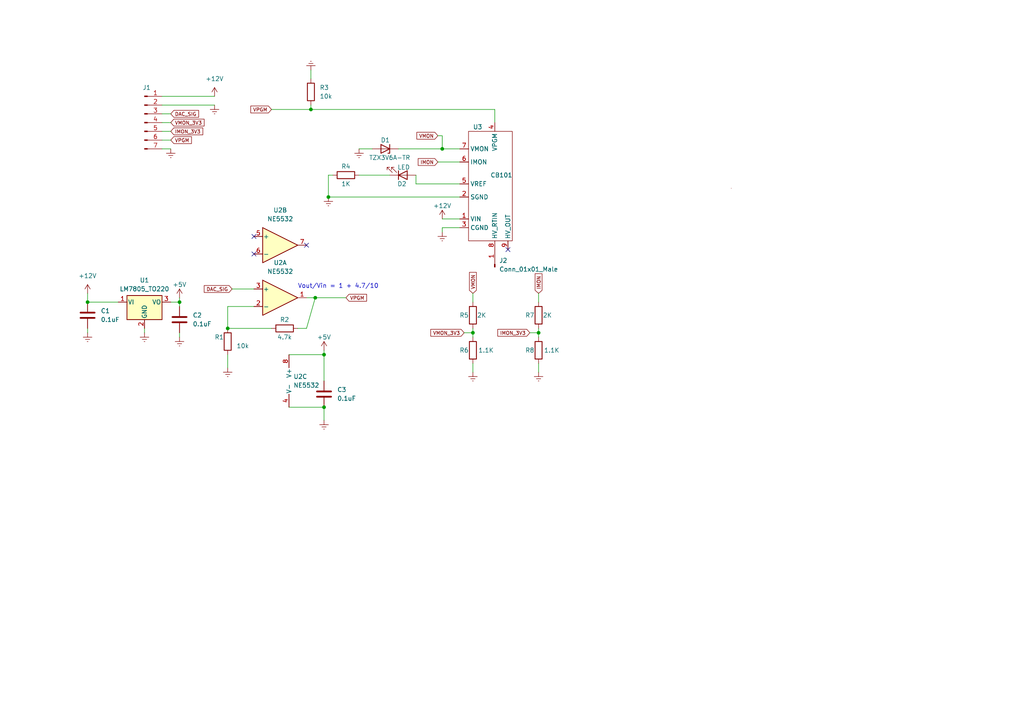
<source format=kicad_sch>
(kicad_sch (version 20211123) (generator eeschema)
  (paper "A4")
  (lib_symbols
    (symbol "Amplifier_Operational:NE5532" (pin_names (offset 0.127))
      (property "Reference" "U" (at 0 5.08 0))
      (property "Value" "NE5532" (at 0 -5.08 0))
      (symbol "NE5532_1_1"
        (polyline (pts (xy -5.08 5.08) (xy 5.08 0) (xy -5.08 -5.08) (xy -5.08 5.08)) (stroke (width 0.254)) (fill (type background)))
        (pin output line (at 7.62 0 180) (length 2.54) (name "~") (number "1"))
        (pin input line (at -7.62 -2.54 0) (length 2.54) (name "-") (number "2"))
        (pin input line (at -7.62 2.54 0) (length 2.54) (name "+") (number "3"))
      )
      (symbol "NE5532_2_1"
        (polyline (pts (xy -5.08 5.08) (xy 5.08 0) (xy -5.08 -5.08) (xy -5.08 5.08)) (stroke (width 0.254)) (fill (type background)))
        (pin input line (at -7.62 2.54 0) (length 2.54) (name "+") (number "5"))
        (pin input line (at -7.62 -2.54 0) (length 2.54) (name "-") (number "6"))
        (pin output line (at 7.62 0 180) (length 2.54) (name "~") (number "7"))
      )
      (symbol "NE5532_3_1"
        (pin power_in line (at -2.54 -7.62 90) (length 3.81) (name "V-") (number "4"))
        (pin power_in line (at -2.54 7.62 270) (length 3.81) (name "V+") (number "8"))
      )
    )
    (symbol "Connector:Conn_01x01_Male" (pin_names (offset 1.016) hide)
      (property "Reference" "J" (at 0 2.54 0))
      (property "Value" "Conn_01x01_Male" (at 0 -2.54 0))
      (symbol "Conn_01x01_Male_1_1"
        (polyline (pts (xy 1.27 0) (xy 0.8636 0)) (stroke (width 0.1524)))
        (rectangle (start 0.8636 0.127) (end 0 -0.127) (stroke (width 0.1524)) (fill (type outline)))
        (pin passive line (at 5.08 0 180) (length 3.81) (name "Pin_1") (number "1"))
      )
    )
    (symbol "Connector:Conn_01x07_Male" (pin_names (offset 1.016) hide)
      (property "Reference" "J" (at 0 10.16 0))
      (property "Value" "Conn_01x07_Male" (at 0 -10.16 0))
      (symbol "Conn_01x07_Male_1_1"
        (polyline (pts (xy 1.27 -7.62) (xy 0.8636 -7.62)) (stroke (width 0.1524)))
        (polyline (pts (xy 1.27 -5.08) (xy 0.8636 -5.08)) (stroke (width 0.1524)))
        (polyline (pts (xy 1.27 -2.54) (xy 0.8636 -2.54)) (stroke (width 0.1524)))
        (polyline (pts (xy 1.27 0) (xy 0.8636 0)) (stroke (width 0.1524)))
        (polyline (pts (xy 1.27 2.54) (xy 0.8636 2.54)) (stroke (width 0.1524)))
        (polyline (pts (xy 1.27 5.08) (xy 0.8636 5.08)) (stroke (width 0.1524)))
        (polyline (pts (xy 1.27 7.62) (xy 0.8636 7.62)) (stroke (width 0.1524)))
        (rectangle (start 0.8636 -7.493) (end 0 -7.747) (stroke (width 0.1524)) (fill (type outline)))
        (rectangle (start 0.8636 -4.953) (end 0 -5.207) (stroke (width 0.1524)) (fill (type outline)))
        (rectangle (start 0.8636 -2.413) (end 0 -2.667) (stroke (width 0.1524)) (fill (type outline)))
        (rectangle (start 0.8636 0.127) (end 0 -0.127) (stroke (width 0.1524)) (fill (type outline)))
        (rectangle (start 0.8636 2.667) (end 0 2.413) (stroke (width 0.1524)) (fill (type outline)))
        (rectangle (start 0.8636 5.207) (end 0 4.953) (stroke (width 0.1524)) (fill (type outline)))
        (rectangle (start 0.8636 7.747) (end 0 7.493) (stroke (width 0.1524)) (fill (type outline)))
        (pin passive line (at 5.08 7.62 180) (length 3.81) (name "Pin_1") (number "1"))
        (pin passive line (at 5.08 5.08 180) (length 3.81) (name "Pin_2") (number "2"))
        (pin passive line (at 5.08 2.54 180) (length 3.81) (name "Pin_3") (number "3"))
        (pin passive line (at 5.08 0 180) (length 3.81) (name "Pin_4") (number "4"))
        (pin passive line (at 5.08 -2.54 180) (length 3.81) (name "Pin_5") (number "5"))
        (pin passive line (at 5.08 -5.08 180) (length 3.81) (name "Pin_6") (number "6"))
        (pin passive line (at 5.08 -7.62 180) (length 3.81) (name "Pin_7") (number "7"))
      )
    )
    (symbol "Device:C" (pin_numbers hide) (pin_names (offset 0.254))
      (property "Reference" "C" (at 0.635 2.54 0))
      (property "Value" "C" (at 0.635 -2.54 0))
      (symbol "C_0_1"
        (polyline (pts (xy -2.032 -0.762) (xy 2.032 -0.762)) (stroke (width 0.508)))
        (polyline (pts (xy -2.032 0.762) (xy 2.032 0.762)) (stroke (width 0.508)))
      )
      (symbol "C_1_1"
        (pin passive line (at 0 3.81 270) (length 2.794) (name "~") (number "1"))
        (pin passive line (at 0 -3.81 90) (length 2.794) (name "~") (number "2"))
      )
    )
    (symbol "Device:D_Zener" (pin_numbers hide) (pin_names (offset 1.016) hide)
      (property "Reference" "D" (at 0 2.54 0))
      (property "Value" "D_Zener" (at 0 -2.54 0))
      (symbol "D_Zener_0_1"
        (polyline (pts (xy 1.27 0) (xy -1.27 0)))
        (polyline (pts (xy -1.27 -1.27) (xy -1.27 1.27) (xy -0.762 1.27)) (stroke (width 0.254)))
        (polyline (pts (xy 1.27 -1.27) (xy 1.27 1.27) (xy -1.27 0) (xy 1.27 -1.27)) (stroke (width 0.254)))
      )
      (symbol "D_Zener_1_1"
        (pin passive line (at -3.81 0 0) (length 2.54) (name "K") (number "1"))
        (pin passive line (at 3.81 0 180) (length 2.54) (name "A") (number "2"))
      )
    )
    (symbol "Device:LED" (pin_numbers hide) (pin_names (offset 1.016) hide)
      (property "Reference" "D" (at 0 2.54 0))
      (property "Value" "LED" (at 0 -2.54 0))
      (symbol "LED_0_1"
        (polyline (pts (xy -1.27 -1.27) (xy -1.27 1.27)) (stroke (width 0.254)))
        (polyline (pts (xy -1.27 0) (xy 1.27 0)))
        (polyline (pts (xy 1.27 -1.27) (xy 1.27 1.27) (xy -1.27 0) (xy 1.27 -1.27)) (stroke (width 0.254)))
        (polyline (pts (xy -3.048 -0.762) (xy -4.572 -2.286) (xy -3.81 -2.286) (xy -4.572 -2.286) (xy -4.572 -1.524)))
        (polyline (pts (xy -1.778 -0.762) (xy -3.302 -2.286) (xy -2.54 -2.286) (xy -3.302 -2.286) (xy -3.302 -1.524)))
      )
      (symbol "LED_1_1"
        (pin passive line (at -3.81 0 0) (length 2.54) (name "K") (number "1"))
        (pin passive line (at 3.81 0 180) (length 2.54) (name "A") (number "2"))
      )
    )
    (symbol "Device:R" (pin_numbers hide) (pin_names (offset 0))
      (property "Reference" "R" (at 2.032 0 90))
      (property "Value" "R" (at 0 0 90))
      (symbol "R_0_1"
        (rectangle (start -1.016 -2.54) (end 1.016 2.54) (stroke (width 0.254)))
      )
      (symbol "R_1_1"
        (pin passive line (at 0 3.81 270) (length 1.27) (name "~") (number "1"))
        (pin passive line (at 0 -3.81 90) (length 1.27) (name "~") (number "2"))
      )
    )
    (symbol "Regulator_Linear:LM7805_TO220" (pin_names (offset 0.254))
      (property "Reference" "U" (at -3.81 3.175 0))
      (property "Value" "LM7805_TO220" (at 0 3.175 0))
      (symbol "LM7805_TO220_0_1"
        (rectangle (start -5.08 1.905) (end 5.08 -5.08) (stroke (width 0.254)) (fill (type background)))
      )
      (symbol "LM7805_TO220_1_1"
        (pin power_in line (at -7.62 0 0) (length 2.54) (name "VI") (number "1"))
        (pin power_in line (at 0 -7.62 90) (length 2.54) (name "GND") (number "2"))
        (pin power_out line (at 7.62 0 180) (length 2.54) (name "VO") (number "3"))
      )
    )
    (symbol "design:CB101"
      (property "Reference" "U?" (at -2.54 11.43 0))
      (property "Value" "CB101" (at 3.81 0 0))
      (symbol "CB101_0_1"
        (rectangle (start -5.08 13.97) (end 7.62 -17.78))
        (rectangle (start 71.12 -2.54) (end 71.12 -2.54))
      )
      (symbol "CB101_1_1"
        (pin input line (at -7.62 -11.43 0) (length 2.54) (name "VIN") (number "1"))
        (pin input line (at -7.62 -5.08 0) (length 2.54) (name "SGND") (number "2"))
        (pin input line (at -7.62 -13.97 0) (length 2.54) (name "CGND") (number "3"))
        (pin input line (at 2.54 16.51 270) (length 2.54) (name "VPGM") (number "4"))
        (pin input line (at -7.62 -1.27 0) (length 2.54) (name "VREF") (number "5"))
        (pin input line (at -7.62 5.08 0) (length 2.54) (name "IMON") (number "6"))
        (pin input line (at -7.62 8.89 0) (length 2.54) (name "VMON") (number "7"))
        (pin input line (at 2.54 -20.32 90) (length 2.54) (name "HV_RTIN") (number "8"))
        (pin input line (at 6.35 -20.32 90) (length 2.54) (name "HV_OUT") (number "9"))
      )
    )
    (symbol "power:+12V" (power) (pin_names (offset 0))
      (property "Value" "+12V" (at 0 3.556 0))
      (symbol "+12V_0_1"
        (polyline (pts (xy -0.762 1.27) (xy 0 2.54)))
        (polyline (pts (xy 0 0) (xy 0 2.54)))
        (polyline (pts (xy 0 2.54) (xy 0.762 1.27)))
      )
      (symbol "+12V_1_1"
        (pin power_in line (at 0 0 90) (length 0) hide (name "+12V") (number "1"))
      )
    )
    (symbol "power:+5V" (power) (pin_names (offset 0))
      (property "Value" "+5V" (at 0 3.556 0))
      (symbol "+5V_0_1"
        (polyline (pts (xy -0.762 1.27) (xy 0 2.54)))
        (polyline (pts (xy 0 0) (xy 0 2.54)))
        (polyline (pts (xy 0 2.54) (xy 0.762 1.27)))
      )
      (symbol "+5V_1_1"
        (pin power_in line (at 0 0 90) (length 0) hide (name "+5V") (number "1"))
      )
    )
    (symbol "power:Earth" (power) (pin_names (offset 0))
      (symbol "Earth_0_1"
        (polyline (pts (xy -0.635 -1.905) (xy 0.635 -1.905)))
        (polyline (pts (xy -0.127 -2.54) (xy 0.127 -2.54)))
        (polyline (pts (xy 0 -1.27) (xy 0 0)))
        (polyline (pts (xy 1.27 -1.27) (xy -1.27 -1.27)))
      )
      (symbol "Earth_1_1"
        (pin power_in line (at 0 0 270) (length 0) hide (name "Earth") (number "1"))
      )
    )
  )
  (junction (at 93.98 118.11))
  (junction (at 91.44 86.36))
  (junction (at 93.98 102.87))
  (junction (at 137.16 96.52))
  (junction (at 90.17 31.75))
  (junction (at 156.21 96.52))
  (junction (at 66.04 95.25))
  (junction (at 25.4 87.63))
  (junction (at 95.25 57.15))
  (junction (at 52.07 87.63))
  (junction (at 128.27 43.18))
  (no_connect (at 147.32 72.39))
  (no_connect (at 73.66 68.58))
  (no_connect (at 73.66 73.66))
  (no_connect (at 88.9 71.12))
  (wire (pts (xy 137.16 95.25) (xy 137.16 96.52)))
  (wire (pts (xy 46.99 27.94) (xy 62.23 27.94)))
  (wire (pts (xy 52.07 87.63) (xy 52.07 88.9)))
  (wire (pts (xy 52.07 86.36) (xy 52.07 87.63)))
  (wire (pts (xy 49.53 87.63) (xy 52.07 87.63)))
  (wire (pts (xy 46.99 43.18) (xy 49.53 43.18)))
  (wire (pts (xy 25.4 95.25) (xy 25.4 96.52)))
  (wire (pts (xy 134.62 96.52) (xy 137.16 96.52)))
  (wire (pts (xy 46.99 30.48) (xy 62.23 30.48)))
  (wire (pts (xy 93.98 102.87) (xy 93.98 110.49)))
  (wire (pts (xy 25.4 87.63) (xy 34.29 87.63)))
  (wire (pts (xy 46.99 38.1) (xy 49.53 38.1)))
  (wire (pts (xy 95.25 50.8) (xy 96.52 50.8)))
  (wire (pts (xy 41.91 95.25) (xy 41.91 96.52)))
  (wire (pts (xy 143.51 35.56) (xy 143.51 31.75)))
  (wire (pts (xy 67.31 83.82) (xy 73.66 83.82)))
  (wire (pts (xy 90.17 30.48) (xy 90.17 31.75)))
  (wire (pts (xy 93.98 101.6) (xy 93.98 102.87)))
  (wire (pts (xy 66.04 102.87) (xy 66.04 106.68)))
  (wire (pts (xy 46.99 40.64) (xy 49.53 40.64)))
  (wire (pts (xy 90.17 20.32) (xy 90.17 22.86)))
  (wire (pts (xy 143.51 31.75) (xy 90.17 31.75)))
  (wire (pts (xy 137.16 96.52) (xy 137.16 97.79)))
  (wire (pts (xy 137.16 85.09) (xy 137.16 87.63)))
  (wire (pts (xy 88.9 86.36) (xy 91.44 86.36)))
  (wire (pts (xy 91.44 86.36) (xy 88.9 95.25)))
  (wire (pts (xy 128.27 39.37) (xy 128.27 43.18)))
  (wire (pts (xy 127 46.99) (xy 133.35 46.99)))
  (wire (pts (xy 95.25 57.15) (xy 95.25 50.8)))
  (wire (pts (xy 93.98 118.11) (xy 93.98 121.92)))
  (wire (pts (xy 91.44 86.36) (xy 100.33 86.36)))
  (wire (pts (xy 52.07 96.52) (xy 52.07 97.79)))
  (wire (pts (xy 133.35 66.04) (xy 128.27 66.04)))
  (wire (pts (xy 88.9 95.25) (xy 86.36 95.25)))
  (wire (pts (xy 156.21 96.52) (xy 156.21 97.79)))
  (wire (pts (xy 128.27 63.5) (xy 133.35 63.5)))
  (wire (pts (xy 66.04 88.9) (xy 73.66 88.9)))
  (wire (pts (xy 25.4 85.09) (xy 25.4 87.63)))
  (wire (pts (xy 128.27 43.18) (xy 133.35 43.18)))
  (wire (pts (xy 46.99 35.56) (xy 49.53 35.56)))
  (wire (pts (xy 137.16 105.41) (xy 137.16 107.95)))
  (wire (pts (xy 66.04 88.9) (xy 66.04 95.25)))
  (wire (pts (xy 153.67 96.52) (xy 156.21 96.52)))
  (wire (pts (xy 156.21 95.25) (xy 156.21 96.52)))
  (wire (pts (xy 133.35 57.15) (xy 95.25 57.15)))
  (wire (pts (xy 46.99 33.02) (xy 49.53 33.02)))
  (wire (pts (xy 120.65 53.34) (xy 120.65 50.8)))
  (wire (pts (xy 93.98 102.87) (xy 83.82 102.87)))
  (wire (pts (xy 66.04 95.25) (xy 78.74 95.25)))
  (wire (pts (xy 83.82 118.11) (xy 93.98 118.11)))
  (wire (pts (xy 156.21 105.41) (xy 156.21 107.95)))
  (wire (pts (xy 104.14 50.8) (xy 113.03 50.8)))
  (wire (pts (xy 156.21 85.09) (xy 156.21 87.63)))
  (wire (pts (xy 104.14 43.18) (xy 107.95 43.18)))
  (wire (pts (xy 133.35 53.34) (xy 120.65 53.34)))
  (wire (pts (xy 127 39.37) (xy 128.27 39.37)))
  (wire (pts (xy 128.27 66.04) (xy 128.27 67.31)))
  (wire (pts (xy 115.57 43.18) (xy 128.27 43.18)))
  (wire (pts (xy 78.74 31.75) (xy 90.17 31.75)))
  (text "Vout/Vin = 1 + 4.7/10" (at 86.36 83.82 0) (effects (font (size 1.27 1.27)) (justify left bottom)))
  (global_label "VMON_3V3" (shape input) (at 134.62 96.52 180) (effects (font (size 1.016 1.016))) (property "Intersheet References" "${INTERSHEET_REFS}" (effects hide)))
  (global_label "IMON" (shape input) (at 127 46.99 180) (effects (font (size 1.016 1.016))) (property "Intersheet References" "${INTERSHEET_REFS}" (effects hide)))
  (global_label "DAC_SIG" (shape input) (at 67.31 83.82 180) (effects (font (size 1.016 1.016))) (property "Intersheet References" "${INTERSHEET_REFS}" (effects hide)))
  (global_label "VMON_3V3" (shape input) (at 49.53 35.56 0) (effects (font (size 1.016 1.016))) (property "Intersheet References" "${INTERSHEET_REFS}" (effects hide)))
  (global_label "VMON" (shape input) (at 127 39.37 180) (effects (font (size 1.016 1.016))) (property "Intersheet References" "${INTERSHEET_REFS}" (effects hide)))
  (global_label "VMON" (shape input) (at 137.16 85.09 90) (effects (font (size 1.016 1.016))) (property "Intersheet References" "${INTERSHEET_REFS}" (effects hide)))
  (global_label "IMON_3V3" (shape input) (at 49.53 38.1 0) (effects (font (size 1.016 1.016))) (property "Intersheet References" "${INTERSHEET_REFS}" (effects hide)))
  (global_label "IMON" (shape input) (at 156.21 85.09 90) (effects (font (size 1.016 1.016))) (property "Intersheet References" "${INTERSHEET_REFS}" (effects hide)))
  (global_label "VPGM" (shape input) (at 100.33 86.36 0) (effects (font (size 1.016 1.016))) (property "Intersheet References" "${INTERSHEET_REFS}" (effects hide)))
  (global_label "IMON_3V3" (shape input) (at 153.67 96.52 180) (effects (font (size 1.016 1.016))) (property "Intersheet References" "${INTERSHEET_REFS}" (effects hide)))
  (global_label "VPGM" (shape input) (at 78.74 31.75 180) (effects (font (size 1.016 1.016))) (property "Intersheet References" "${INTERSHEET_REFS}" (effects hide)))
  (global_label "DAC_SIG" (shape input) (at 49.53 33.02 0) (effects (font (size 1.016 1.016))) (property "Intersheet References" "${INTERSHEET_REFS}" (effects hide)))
  (global_label "VPGM" (shape input) (at 49.53 40.64 0) (effects (font (size 1.016 1.016))) (property "Intersheet References" "${INTERSHEET_REFS}" (effects hide)))
  (symbol (lib_id "power:Earth") (at 90.17 20.32 180) (unit 1)
    (property "Reference" "#PWR09" (effects hide))
    (property "Value" "Earth" (effects hide))
  )
  (symbol (lib_id "power:Earth") (at 156.21 107.95 0) (unit 1)
    (property "Reference" "#PWR017" (effects hide))
    (property "Value" "Earth" (effects hide))
  )
  (symbol (lib_id "power:Earth") (at 93.98 121.92 0) (unit 1)
    (property "Reference" "#PWR011" (effects hide))
    (property "Value" "Earth" (effects hide))
  )
  (symbol (lib_id "power:+12V") (at 25.4 85.09 0) (unit 1)
    (property "Reference" "#PWR01" (effects hide))
    (property "Value" "+12V" (at 25.4 80.01 0))
  )
  (symbol (lib_id "Device:D_Zener") (at 111.76 43.18 180) (unit 1)
    (property "Reference" "D1" (at 111.76 40.64 0))
    (property "Value" "TZX3V6A-TR" (at 113.03 45.72 0))
    (property "Footprint" "Diode_THT:D_DO-35_SOD27_P7.62mm_Horizontal" (effects hide))
  )
  (symbol (lib_id "power:Earth") (at 128.27 67.31 0) (unit 1)
    (property "Reference" "#PWR015" (effects hide))
    (property "Value" "Earth" (effects hide))
  )
  (symbol (lib_id "Device:C") (at 93.98 114.3 0) (unit 1)
    (property "Reference" "C3" (at 97.79 113.0299 0) (effects (justify left)))
    (property "Value" "0.1uF" (at 97.79 115.5699 0) (effects (justify left)))
    (property "Footprint" "Capacitor_THT:C_Disc_D6.0mm_W2.5mm_P5.00mm" (effects hide))
  )
  (symbol (lib_id "Regulator_Linear:LM7805_TO220") (at 41.91 87.63 0) (unit 1)
    (property "Reference" "U1" (at 41.91 81.28 0))
    (property "Value" "LM7805_TO220" (at 41.91 83.82 0))
    (property "Footprint" "Package_TO_SOT_THT:TO-220-3_Vertical" (effects hide))
    (property "Datasheet" "https://www.onsemi.cn/PowerSolutions/document/MC7800-D.PDF" (effects hide))
  )
  (symbol (lib_id "power:Earth") (at 66.04 106.68 0) (unit 1)
    (property "Reference" "#PWR08" (effects hide))
    (property "Value" "Earth" (effects hide))
  )
  (symbol (lib_id "Device:R") (at 137.16 101.6 180) (unit 1)
    (property "Reference" "R6" (at 134.62 101.6 0))
    (property "Value" "1.1K" (at 140.97 101.6 0))
    (property "Footprint" "Resistor_THT:R_Axial_DIN0207_L6.3mm_D2.5mm_P10.16mm_Horizontal" (effects hide))
  )
  (symbol (lib_id "power:+5V") (at 52.07 86.36 0) (unit 1)
    (property "Reference" "#PWR04" (effects hide))
    (property "Value" "+5V" (at 52.07 82.55 0))
  )
  (symbol (lib_id "design:CB101") (at 140.97 52.07 0) (unit 1)
    (property "Reference" "U3" (at 137.16 36.83 0) (effects (justify left)))
    (property "Value" "CB101" (at 142.24 50.8 0) (effects (justify left)))
    (property "Footprint" "Library:CB101" (effects hide))
  )
  (symbol (lib_id "power:Earth") (at 49.53 43.18 0) (unit 1)
    (property "Reference" "#PWR0102" (effects hide))
    (property "Value" "Earth" (effects hide))
  )
  (symbol (lib_id "Amplifier_Operational:NE5532") (at 86.36 110.49 0) (unit 3)
    (property "Reference" "U2" (at 85.09 109.2199 0) (effects (justify left)))
    (property "Value" "NE5532" (at 85.09 111.7599 0) (effects (justify left)))
    (property "Footprint" "Package_DIP:DIP-8_W7.62mm" (effects hide))
    (property "Datasheet" "http://www.ti.com/lit/ds/symlink/ne5532.pdf" (effects hide))
  )
  (symbol (lib_id "power:Earth") (at 62.23 30.48 0) (unit 1)
    (property "Reference" "#PWR07" (effects hide))
    (property "Value" "Earth" (effects hide))
  )
  (symbol (lib_id "Amplifier_Operational:NE5532") (at 81.28 86.36 0) (unit 1)
    (property "Reference" "U2" (at 81.28 76.2 0))
    (property "Value" "NE5532" (at 81.28 78.74 0))
    (property "Footprint" "Package_DIP:DIP-8_W7.62mm" (effects hide))
    (property "Datasheet" "http://www.ti.com/lit/ds/symlink/ne5532.pdf" (effects hide))
  )
  (symbol (lib_id "Connector:Conn_01x01_Male") (at 143.51 77.47 90) (unit 1)
    (property "Reference" "J2" (at 144.78 75.5649 90) (effects (justify right)))
    (property "Value" "Conn_01x01_Male" (at 144.78 78.1049 90) (effects (justify right)))
    (property "Footprint" "Connector_Wire:SolderWire-0.75sqmm_1x01_D1.25mm_OD2.3mm_Relief" (effects hide))
  )
  (symbol (lib_id "Device:R") (at 82.55 95.25 90) (unit 1)
    (property "Reference" "R2" (at 82.55 92.71 90))
    (property "Value" "4.7k" (at 82.55 97.79 90))
    (property "Footprint" "Resistor_THT:R_Axial_DIN0207_L6.3mm_D2.5mm_P7.62mm_Horizontal" (effects hide))
  )
  (symbol (lib_id "Device:R") (at 156.21 101.6 180) (unit 1)
    (property "Reference" "R8" (at 153.67 101.6 0))
    (property "Value" "1.1K" (at 160.02 101.6 0))
    (property "Footprint" "Resistor_THT:R_Axial_DIN0207_L6.3mm_D2.5mm_P10.16mm_Horizontal" (effects hide))
  )
  (symbol (lib_id "Amplifier_Operational:NE5532") (at 81.28 71.12 0) (unit 2)
    (property "Reference" "U2" (at 81.28 60.96 0))
    (property "Value" "NE5532" (at 81.28 63.5 0))
    (property "Footprint" "Package_DIP:DIP-8_W7.62mm" (effects hide))
    (property "Datasheet" "http://www.ti.com/lit/ds/symlink/ne5532.pdf" (effects hide))
  )
  (symbol (lib_id "power:Earth") (at 137.16 107.95 0) (unit 1)
    (property "Reference" "#PWR016" (effects hide))
    (property "Value" "Earth" (effects hide))
  )
  (symbol (lib_id "power:+12V") (at 128.27 63.5 0) (unit 1)
    (property "Reference" "#PWR014" (effects hide))
    (property "Value" "+12V" (at 128.27 59.69 0))
  )
  (symbol (lib_id "Device:R") (at 90.17 26.67 0) (unit 1)
    (property "Reference" "R3" (at 92.71 25.3999 0) (effects (justify left)))
    (property "Value" "10k" (at 92.71 27.9399 0) (effects (justify left)))
    (property "Footprint" "Resistor_THT:R_Axial_DIN0207_L6.3mm_D2.5mm_P10.16mm_Horizontal" (effects hide))
  )
  (symbol (lib_id "power:+5V") (at 93.98 101.6 0) (unit 1)
    (property "Reference" "#PWR010" (effects hide))
    (property "Value" "+5V" (at 93.98 97.79 0))
  )
  (symbol (lib_id "power:Earth") (at 95.25 57.15 0) (unit 1)
    (property "Reference" "#PWR012" (effects hide))
    (property "Value" "Earth" (effects hide))
  )
  (symbol (lib_id "Device:R") (at 156.21 91.44 180) (unit 1)
    (property "Reference" "R7" (at 153.67 91.44 0))
    (property "Value" "2K" (at 158.75 91.44 0))
    (property "Footprint" "Resistor_THT:R_Axial_DIN0207_L6.3mm_D2.5mm_P10.16mm_Horizontal" (effects hide))
  )
  (symbol (lib_id "Device:R") (at 137.16 91.44 180) (unit 1)
    (property "Reference" "R5" (at 134.62 91.44 0))
    (property "Value" "2K" (at 139.7 91.44 0))
    (property "Footprint" "Resistor_THT:R_Axial_DIN0207_L6.3mm_D2.5mm_P15.24mm_Horizontal" (effects hide))
  )
  (symbol (lib_id "Device:R") (at 66.04 99.06 0) (unit 1)
    (property "Reference" "R1" (at 62.23 97.79 0) (effects (justify left)))
    (property "Value" "10k" (at 68.58 100.3299 0) (effects (justify left)))
    (property "Footprint" "Resistor_THT:R_Axial_DIN0207_L6.3mm_D2.5mm_P10.16mm_Horizontal" (effects hide))
  )
  (symbol (lib_id "power:Earth") (at 52.07 97.79 0) (unit 1)
    (property "Reference" "#PWR05" (effects hide))
    (property "Value" "Earth" (effects hide))
  )
  (symbol (lib_id "Device:LED") (at 116.84 50.8 0) (mirror x) (unit 1)
    (property "Reference" "D2" (at 116.586 53.34 0))
    (property "Value" "LED" (at 117.094 48.514 0))
    (property "Footprint" "LED_THT:LED_D3.0mm_Clear" (effects hide))
  )
  (symbol (lib_id "Connector:Conn_01x07_Male") (at 41.91 35.56 0) (unit 1)
    (property "Reference" "J1" (at 42.545 25.4 0))
    (property "Value" "Conn_01x07_Male" (effects hide))
    (property "Footprint" "Connector_PinSocket_2.54mm:PinSocket_1x07_P2.54mm_Vertical" (effects hide))
  )
  (symbol (lib_id "power:Earth") (at 25.4 96.52 0) (unit 1)
    (property "Reference" "#PWR02" (effects hide))
    (property "Value" "Earth" (effects hide))
  )
  (symbol (lib_id "Device:R") (at 100.33 50.8 90) (unit 1)
    (property "Reference" "R4" (at 100.33 48.26 90))
    (property "Value" "1K" (at 100.33 53.34 90))
    (property "Footprint" "Resistor_THT:R_Axial_DIN0207_L6.3mm_D2.5mm_P10.16mm_Horizontal" (effects hide))
  )
  (symbol (lib_id "power:Earth") (at 41.91 96.52 0) (unit 1)
    (property "Reference" "#PWR03" (effects hide))
    (property "Value" "Earth" (effects hide))
  )
  (symbol (lib_id "Device:C") (at 52.07 92.71 0) (unit 1)
    (property "Reference" "C2" (at 55.88 91.4399 0) (effects (justify left)))
    (property "Value" "0.1uF" (at 55.88 93.9799 0) (effects (justify left)))
    (property "Footprint" "Capacitor_THT:C_Disc_D6.0mm_W2.5mm_P5.00mm" (effects hide))
  )
  (symbol (lib_id "power:+12V") (at 62.23 27.94 0) (unit 1)
    (property "Reference" "#PWR06" (effects hide))
    (property "Value" "+12V" (at 62.23 22.86 0))
  )
  (symbol (lib_id "Device:C") (at 25.4 91.44 0) (unit 1)
    (property "Reference" "C1" (at 29.21 90.1699 0) (effects (justify left)))
    (property "Value" "0.1uF" (at 29.21 92.7099 0) (effects (justify left)))
    (property "Footprint" "Capacitor_THT:C_Disc_D6.0mm_W2.5mm_P5.00mm" (effects hide))
  )
  (symbol (lib_id "power:Earth") (at 104.14 43.18 0) (unit 1)
    (property "Reference" "#PWR013" (effects hide))
    (property "Value" "Earth" (effects hide))
  )
)
</source>
